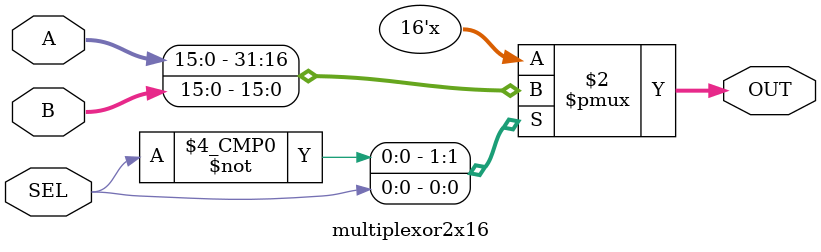
<source format=v>
module multiplexor(output reg[15:0]OUT, input[15:0]IN0,
													input[15:0]IN1,
													input[15:0]IN2,
													input[15:0]IN3,
													input[15:0]IN4,
													input[15:0]IN5,
													input[15:0]IN6,
													input[15:0]IN7,
													input[15:0]IN8,
													input[15:0]IN9,
													input[15:0]IN10,
													input[15:0]IN11,
													input[15:0]IN12,
													input[15:0]IN13,
													input[15:0]IN14,
													input[15:0]IN15,
													input[3:0]SEL);

always @*
	case (SEL)
		0: OUT <= IN0;
		1: OUT <= IN1;
		2: OUT <= IN2;
		3: OUT <= IN3;
		4: OUT <= IN4;
		5: OUT <= IN5;
		6: OUT <= IN6;
		7: OUT <= IN7;
		8: OUT <= IN8;
		9: OUT <= IN9;
		10: OUT <= IN10;
		11: OUT <= IN11;
		12: OUT <= IN12;
		13: OUT <= IN13;
		14: OUT <= IN14;
		15: OUT <= IN15;//DONE
	endcase
endmodule
module multiplexor2x14(output reg[13:0]OUT, input[13:0] A, input[13:0] B, input SEL);//DONE

always @(A or B or SEL) begin
	case(SEL)
		0: OUT = A;
		1: OUT = B;
	endcase
end

endmodule

module multiplexor4x1(output reg OUT, input A1,input A2,input A3,input A4, input [1:0]SEL);

	always @(A1 or A2 or A3 or A4 or SEL) begin
		case(SEL)
			0: OUT = A1;
			1: OUT = A2;
			2: OUT = A3;
			3: OUT = A4;
		endcase
	end

endmodule

module multiplexor2x16(output reg[15:0] OUT,input[15:0] A,input[15:0] B,input SEL);//
	always @(A or B or SEL) begin
		case(SEL)
			0: OUT = A;
			1: OUT = B;
		endcase
	end
	
endmodule

</source>
